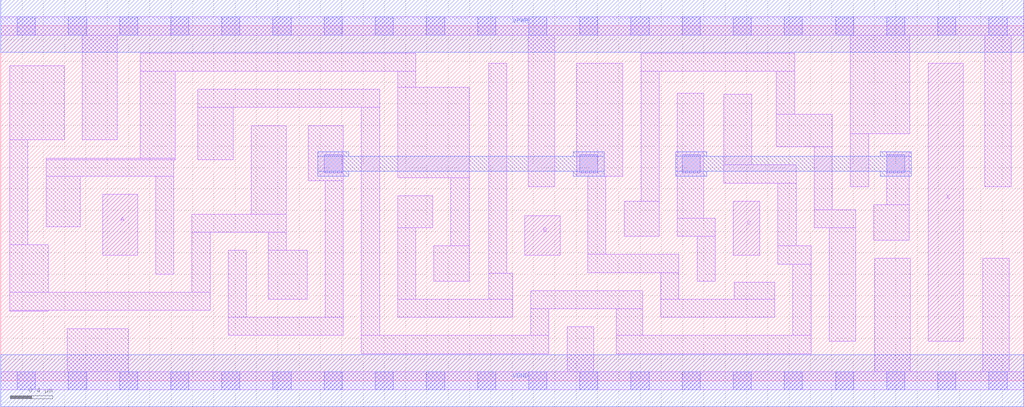
<source format=lef>
# Copyright 2020 The SkyWater PDK Authors
#
# Licensed under the Apache License, Version 2.0 (the "License");
# you may not use this file except in compliance with the License.
# You may obtain a copy of the License at
#
#     https://www.apache.org/licenses/LICENSE-2.0
#
# Unless required by applicable law or agreed to in writing, software
# distributed under the License is distributed on an "AS IS" BASIS,
# WITHOUT WARRANTIES OR CONDITIONS OF ANY KIND, either express or implied.
# See the License for the specific language governing permissions and
# limitations under the License.
#
# SPDX-License-Identifier: Apache-2.0

VERSION 5.5 ;
NAMESCASESENSITIVE ON ;
BUSBITCHARS "[]" ;
DIVIDERCHAR "/" ;
MACRO sky130_fd_sc_ls__xor3_2
  CLASS CORE ;
  SOURCE USER ;
  ORIGIN  0.000000  0.000000 ;
  SIZE  9.600000 BY  3.330000 ;
  SYMMETRY X Y ;
  SITE unit ;
  PIN A
    ANTENNAGATEAREA  0.246000 ;
    DIRECTION INPUT ;
    USE SIGNAL ;
    PORT
      LAYER li1 ;
        RECT 0.955000 1.180000 1.285000 1.750000 ;
    END
  END A
  PIN B
    ANTENNAGATEAREA  0.693000 ;
    DIRECTION INPUT ;
    USE SIGNAL ;
    PORT
      LAYER li1 ;
        RECT 4.920000 1.180000 5.250000 1.550000 ;
    END
  END B
  PIN C
    ANTENNAGATEAREA  0.381000 ;
    DIRECTION INPUT ;
    USE SIGNAL ;
    PORT
      LAYER li1 ;
        RECT 6.875000 1.180000 7.125000 1.685000 ;
    END
  END C
  PIN X
    ANTENNADIFFAREA  0.543200 ;
    DIRECTION OUTPUT ;
    USE SIGNAL ;
    PORT
      LAYER li1 ;
        RECT 8.705000 0.370000 9.035000 2.980000 ;
    END
  END X
  PIN VGND
    DIRECTION INOUT ;
    SHAPE ABUTMENT ;
    USE GROUND ;
    PORT
      LAYER met1 ;
        RECT 0.000000 -0.245000 9.600000 0.245000 ;
    END
  END VGND
  PIN VPWR
    DIRECTION INOUT ;
    SHAPE ABUTMENT ;
    USE POWER ;
    PORT
      LAYER met1 ;
        RECT 0.000000 3.085000 9.600000 3.575000 ;
    END
  END VPWR
  OBS
    LAYER li1 ;
      RECT 0.000000 -0.085000 9.600000 0.085000 ;
      RECT 0.000000  3.245000 9.600000 3.415000 ;
      RECT 0.085000  0.650000 0.445000 0.660000 ;
      RECT 0.085000  0.660000 1.965000 0.830000 ;
      RECT 0.085000  0.830000 0.445000 1.275000 ;
      RECT 0.085000  1.275000 0.255000 2.260000 ;
      RECT 0.085000  2.260000 0.595000 2.955000 ;
      RECT 0.425000  1.445000 0.745000 1.920000 ;
      RECT 0.425000  1.920000 1.625000 2.075000 ;
      RECT 0.425000  2.075000 1.640000 2.090000 ;
      RECT 0.625000  0.085000 1.195000 0.490000 ;
      RECT 0.765000  2.260000 1.095000 3.245000 ;
      RECT 1.310000  2.090000 1.640000 2.905000 ;
      RECT 1.310000  2.905000 3.895000 3.075000 ;
      RECT 1.455000  1.000000 1.625000 1.920000 ;
      RECT 1.795000  0.830000 1.965000 1.395000 ;
      RECT 1.795000  1.395000 2.680000 1.565000 ;
      RECT 1.850000  2.075000 2.180000 2.565000 ;
      RECT 1.850000  2.565000 3.555000 2.735000 ;
      RECT 2.135000  0.425000 3.215000 0.595000 ;
      RECT 2.135000  0.595000 2.305000 1.225000 ;
      RECT 2.350000  1.565000 2.680000 2.395000 ;
      RECT 2.510000  0.765000 2.875000 1.225000 ;
      RECT 2.510000  1.225000 2.680000 1.395000 ;
      RECT 2.885000  1.875000 3.215000 2.395000 ;
      RECT 3.045000  0.595000 3.215000 1.875000 ;
      RECT 3.385000  0.255000 5.145000 0.425000 ;
      RECT 3.385000  0.425000 3.555000 2.565000 ;
      RECT 3.725000  0.595000 4.805000 0.765000 ;
      RECT 3.725000  0.765000 3.895000 1.435000 ;
      RECT 3.725000  1.435000 4.055000 1.735000 ;
      RECT 3.725000  1.905000 4.395000 2.755000 ;
      RECT 3.725000  2.755000 3.895000 2.905000 ;
      RECT 4.065000  0.935000 4.395000 1.265000 ;
      RECT 4.225000  1.265000 4.395000 1.905000 ;
      RECT 4.580000  0.765000 4.805000 1.010000 ;
      RECT 4.580000  1.010000 4.750000 2.980000 ;
      RECT 4.950000  1.820000 5.200000 3.245000 ;
      RECT 4.975000  0.425000 5.145000 0.675000 ;
      RECT 4.975000  0.675000 6.025000 0.845000 ;
      RECT 5.315000  0.085000 5.565000 0.505000 ;
      RECT 5.405000  1.920000 5.840000 2.980000 ;
      RECT 5.510000  1.015000 6.365000 1.185000 ;
      RECT 5.510000  1.185000 5.680000 1.920000 ;
      RECT 5.775000  0.255000 7.605000 0.425000 ;
      RECT 5.775000  0.425000 6.025000 0.675000 ;
      RECT 5.850000  1.355000 6.180000 1.685000 ;
      RECT 6.010000  1.685000 6.180000 2.905000 ;
      RECT 6.010000  2.905000 7.450000 3.075000 ;
      RECT 6.195000  0.595000 7.265000 0.765000 ;
      RECT 6.195000  0.765000 6.365000 1.015000 ;
      RECT 6.350000  1.355000 6.705000 1.525000 ;
      RECT 6.350000  1.525000 6.600000 2.700000 ;
      RECT 6.535000  0.935000 6.705000 1.355000 ;
      RECT 6.785000  1.855000 7.465000 2.025000 ;
      RECT 6.785000  2.025000 7.050000 2.690000 ;
      RECT 6.885000  0.765000 7.265000 0.925000 ;
      RECT 7.280000  2.195000 7.805000 2.500000 ;
      RECT 7.280000  2.500000 7.450000 2.905000 ;
      RECT 7.295000  1.095000 7.605000 1.265000 ;
      RECT 7.295000  1.265000 7.465000 1.855000 ;
      RECT 7.435000  0.425000 7.605000 1.095000 ;
      RECT 7.635000  1.435000 8.025000 1.605000 ;
      RECT 7.635000  1.605000 7.805000 2.195000 ;
      RECT 7.775000  0.370000 8.025000 1.435000 ;
      RECT 7.975000  1.820000 8.145000 2.320000 ;
      RECT 7.975000  2.320000 8.530000 3.245000 ;
      RECT 8.195000  1.320000 8.525000 1.650000 ;
      RECT 8.205000  0.085000 8.535000 1.150000 ;
      RECT 8.315000  1.650000 8.525000 2.150000 ;
      RECT 9.215000  0.085000 9.465000 1.150000 ;
      RECT 9.235000  1.820000 9.485000 3.245000 ;
    LAYER mcon ;
      RECT 0.155000 -0.085000 0.325000 0.085000 ;
      RECT 0.155000  3.245000 0.325000 3.415000 ;
      RECT 0.635000 -0.085000 0.805000 0.085000 ;
      RECT 0.635000  3.245000 0.805000 3.415000 ;
      RECT 1.115000 -0.085000 1.285000 0.085000 ;
      RECT 1.115000  3.245000 1.285000 3.415000 ;
      RECT 1.595000 -0.085000 1.765000 0.085000 ;
      RECT 1.595000  3.245000 1.765000 3.415000 ;
      RECT 2.075000 -0.085000 2.245000 0.085000 ;
      RECT 2.075000  3.245000 2.245000 3.415000 ;
      RECT 2.555000 -0.085000 2.725000 0.085000 ;
      RECT 2.555000  3.245000 2.725000 3.415000 ;
      RECT 3.035000 -0.085000 3.205000 0.085000 ;
      RECT 3.035000  1.950000 3.205000 2.120000 ;
      RECT 3.035000  3.245000 3.205000 3.415000 ;
      RECT 3.515000 -0.085000 3.685000 0.085000 ;
      RECT 3.515000  3.245000 3.685000 3.415000 ;
      RECT 3.995000 -0.085000 4.165000 0.085000 ;
      RECT 3.995000  3.245000 4.165000 3.415000 ;
      RECT 4.475000 -0.085000 4.645000 0.085000 ;
      RECT 4.475000  3.245000 4.645000 3.415000 ;
      RECT 4.955000 -0.085000 5.125000 0.085000 ;
      RECT 4.955000  3.245000 5.125000 3.415000 ;
      RECT 5.435000 -0.085000 5.605000 0.085000 ;
      RECT 5.435000  1.950000 5.605000 2.120000 ;
      RECT 5.435000  3.245000 5.605000 3.415000 ;
      RECT 5.915000 -0.085000 6.085000 0.085000 ;
      RECT 5.915000  3.245000 6.085000 3.415000 ;
      RECT 6.395000 -0.085000 6.565000 0.085000 ;
      RECT 6.395000  1.950000 6.565000 2.120000 ;
      RECT 6.395000  3.245000 6.565000 3.415000 ;
      RECT 6.875000 -0.085000 7.045000 0.085000 ;
      RECT 6.875000  3.245000 7.045000 3.415000 ;
      RECT 7.355000 -0.085000 7.525000 0.085000 ;
      RECT 7.355000  3.245000 7.525000 3.415000 ;
      RECT 7.835000 -0.085000 8.005000 0.085000 ;
      RECT 7.835000  3.245000 8.005000 3.415000 ;
      RECT 8.315000 -0.085000 8.485000 0.085000 ;
      RECT 8.315000  1.950000 8.485000 2.120000 ;
      RECT 8.315000  3.245000 8.485000 3.415000 ;
      RECT 8.795000 -0.085000 8.965000 0.085000 ;
      RECT 8.795000  3.245000 8.965000 3.415000 ;
      RECT 9.275000 -0.085000 9.445000 0.085000 ;
      RECT 9.275000  3.245000 9.445000 3.415000 ;
    LAYER met1 ;
      RECT 2.975000 1.920000 3.265000 1.965000 ;
      RECT 2.975000 1.965000 5.665000 2.105000 ;
      RECT 2.975000 2.105000 3.265000 2.150000 ;
      RECT 5.375000 1.920000 5.665000 1.965000 ;
      RECT 5.375000 2.105000 5.665000 2.150000 ;
      RECT 6.335000 1.920000 6.625000 1.965000 ;
      RECT 6.335000 1.965000 8.545000 2.105000 ;
      RECT 6.335000 2.105000 6.625000 2.150000 ;
      RECT 8.255000 1.920000 8.545000 1.965000 ;
      RECT 8.255000 2.105000 8.545000 2.150000 ;
  END
END sky130_fd_sc_ls__xor3_2

</source>
